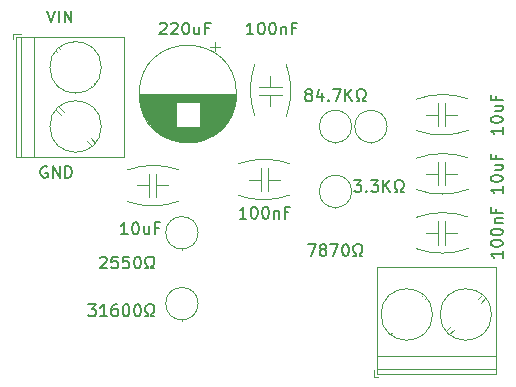
<source format=gto>
G04 Layer: TopSilkscreenLayer*
G04 EasyEDA Pro v2.2.27.1, 2024-09-15 10:59:50*
G04 Gerber Generator version 0.3*
G04 Scale: 100 percent, Rotated: No, Reflected: No*
G04 Dimensions in millimeters*
G04 Leading zeros omitted, absolute positions, 3 integers and 5 decimals*
%TF.GenerationSoftware,KiCad,Pcbnew,8.0.5*%
%TF.CreationDate,2024-10-31T21:46:15+08:00*%
%TF.ProjectId,B626_VIN3.7V_VOUT16.5V_IO0.9A,42363236-5f56-4494-9e33-2e37565f564f,rev?*%
%TF.SameCoordinates,Original*%
%TF.FileFunction,Legend,Top*%
%TF.FilePolarity,Positive*%
%FSLAX46Y46*%
G04 Gerber Fmt 4.6, Leading zero omitted, Abs format (unit mm)*
G04 Created by KiCad (PCBNEW 8.0.5) date 2024-10-31 21:46:15*
%MOMM*%
%LPD*%
G01*
G04 APERTURE LIST*
%ADD10C,0.200000*%
%ADD11C,0.150000*%
%ADD12C,0.120000*%
G04 APERTURE END LIST*
D10*
X99593482Y-120414838D02*
X99498244Y-120367219D01*
X99498244Y-120367219D02*
X99355387Y-120367219D01*
X99355387Y-120367219D02*
X99212530Y-120414838D01*
X99212530Y-120414838D02*
X99117292Y-120510076D01*
X99117292Y-120510076D02*
X99069673Y-120605314D01*
X99069673Y-120605314D02*
X99022054Y-120795790D01*
X99022054Y-120795790D02*
X99022054Y-120938647D01*
X99022054Y-120938647D02*
X99069673Y-121129123D01*
X99069673Y-121129123D02*
X99117292Y-121224361D01*
X99117292Y-121224361D02*
X99212530Y-121319600D01*
X99212530Y-121319600D02*
X99355387Y-121367219D01*
X99355387Y-121367219D02*
X99450625Y-121367219D01*
X99450625Y-121367219D02*
X99593482Y-121319600D01*
X99593482Y-121319600D02*
X99641101Y-121271980D01*
X99641101Y-121271980D02*
X99641101Y-120938647D01*
X99641101Y-120938647D02*
X99450625Y-120938647D01*
X100069673Y-121367219D02*
X100069673Y-120367219D01*
X100069673Y-120367219D02*
X100641101Y-121367219D01*
X100641101Y-121367219D02*
X100641101Y-120367219D01*
X101117292Y-121367219D02*
X101117292Y-120367219D01*
X101117292Y-120367219D02*
X101355387Y-120367219D01*
X101355387Y-120367219D02*
X101498244Y-120414838D01*
X101498244Y-120414838D02*
X101593482Y-120510076D01*
X101593482Y-120510076D02*
X101641101Y-120605314D01*
X101641101Y-120605314D02*
X101688720Y-120795790D01*
X101688720Y-120795790D02*
X101688720Y-120938647D01*
X101688720Y-120938647D02*
X101641101Y-121129123D01*
X101641101Y-121129123D02*
X101593482Y-121224361D01*
X101593482Y-121224361D02*
X101498244Y-121319600D01*
X101498244Y-121319600D02*
X101355387Y-121367219D01*
X101355387Y-121367219D02*
X101117292Y-121367219D01*
X99593483Y-107187219D02*
X99926816Y-108187219D01*
X99926816Y-108187219D02*
X100260149Y-107187219D01*
X100593483Y-108187219D02*
X100593483Y-107187219D01*
X101069673Y-108187219D02*
X101069673Y-107187219D01*
X101069673Y-107187219D02*
X101641101Y-108187219D01*
X101641101Y-108187219D02*
X101641101Y-107187219D01*
D11*
X109140952Y-108300057D02*
X109188571Y-108252438D01*
X109188571Y-108252438D02*
X109283809Y-108204819D01*
X109283809Y-108204819D02*
X109521904Y-108204819D01*
X109521904Y-108204819D02*
X109617142Y-108252438D01*
X109617142Y-108252438D02*
X109664761Y-108300057D01*
X109664761Y-108300057D02*
X109712380Y-108395295D01*
X109712380Y-108395295D02*
X109712380Y-108490533D01*
X109712380Y-108490533D02*
X109664761Y-108633390D01*
X109664761Y-108633390D02*
X109093333Y-109204819D01*
X109093333Y-109204819D02*
X109712380Y-109204819D01*
X110093333Y-108300057D02*
X110140952Y-108252438D01*
X110140952Y-108252438D02*
X110236190Y-108204819D01*
X110236190Y-108204819D02*
X110474285Y-108204819D01*
X110474285Y-108204819D02*
X110569523Y-108252438D01*
X110569523Y-108252438D02*
X110617142Y-108300057D01*
X110617142Y-108300057D02*
X110664761Y-108395295D01*
X110664761Y-108395295D02*
X110664761Y-108490533D01*
X110664761Y-108490533D02*
X110617142Y-108633390D01*
X110617142Y-108633390D02*
X110045714Y-109204819D01*
X110045714Y-109204819D02*
X110664761Y-109204819D01*
X111283809Y-108204819D02*
X111379047Y-108204819D01*
X111379047Y-108204819D02*
X111474285Y-108252438D01*
X111474285Y-108252438D02*
X111521904Y-108300057D01*
X111521904Y-108300057D02*
X111569523Y-108395295D01*
X111569523Y-108395295D02*
X111617142Y-108585771D01*
X111617142Y-108585771D02*
X111617142Y-108823866D01*
X111617142Y-108823866D02*
X111569523Y-109014342D01*
X111569523Y-109014342D02*
X111521904Y-109109580D01*
X111521904Y-109109580D02*
X111474285Y-109157200D01*
X111474285Y-109157200D02*
X111379047Y-109204819D01*
X111379047Y-109204819D02*
X111283809Y-109204819D01*
X111283809Y-109204819D02*
X111188571Y-109157200D01*
X111188571Y-109157200D02*
X111140952Y-109109580D01*
X111140952Y-109109580D02*
X111093333Y-109014342D01*
X111093333Y-109014342D02*
X111045714Y-108823866D01*
X111045714Y-108823866D02*
X111045714Y-108585771D01*
X111045714Y-108585771D02*
X111093333Y-108395295D01*
X111093333Y-108395295D02*
X111140952Y-108300057D01*
X111140952Y-108300057D02*
X111188571Y-108252438D01*
X111188571Y-108252438D02*
X111283809Y-108204819D01*
X112474285Y-108538152D02*
X112474285Y-109204819D01*
X112045714Y-108538152D02*
X112045714Y-109061961D01*
X112045714Y-109061961D02*
X112093333Y-109157200D01*
X112093333Y-109157200D02*
X112188571Y-109204819D01*
X112188571Y-109204819D02*
X112331428Y-109204819D01*
X112331428Y-109204819D02*
X112426666Y-109157200D01*
X112426666Y-109157200D02*
X112474285Y-109109580D01*
X113283809Y-108681009D02*
X112950476Y-108681009D01*
X112950476Y-109204819D02*
X112950476Y-108204819D01*
X112950476Y-108204819D02*
X113426666Y-108204819D01*
X125580953Y-121554819D02*
X126200000Y-121554819D01*
X126200000Y-121554819D02*
X125866667Y-121935771D01*
X125866667Y-121935771D02*
X126009524Y-121935771D01*
X126009524Y-121935771D02*
X126104762Y-121983390D01*
X126104762Y-121983390D02*
X126152381Y-122031009D01*
X126152381Y-122031009D02*
X126200000Y-122126247D01*
X126200000Y-122126247D02*
X126200000Y-122364342D01*
X126200000Y-122364342D02*
X126152381Y-122459580D01*
X126152381Y-122459580D02*
X126104762Y-122507200D01*
X126104762Y-122507200D02*
X126009524Y-122554819D01*
X126009524Y-122554819D02*
X125723810Y-122554819D01*
X125723810Y-122554819D02*
X125628572Y-122507200D01*
X125628572Y-122507200D02*
X125580953Y-122459580D01*
X126628572Y-122459580D02*
X126676191Y-122507200D01*
X126676191Y-122507200D02*
X126628572Y-122554819D01*
X126628572Y-122554819D02*
X126580953Y-122507200D01*
X126580953Y-122507200D02*
X126628572Y-122459580D01*
X126628572Y-122459580D02*
X126628572Y-122554819D01*
X127009524Y-121554819D02*
X127628571Y-121554819D01*
X127628571Y-121554819D02*
X127295238Y-121935771D01*
X127295238Y-121935771D02*
X127438095Y-121935771D01*
X127438095Y-121935771D02*
X127533333Y-121983390D01*
X127533333Y-121983390D02*
X127580952Y-122031009D01*
X127580952Y-122031009D02*
X127628571Y-122126247D01*
X127628571Y-122126247D02*
X127628571Y-122364342D01*
X127628571Y-122364342D02*
X127580952Y-122459580D01*
X127580952Y-122459580D02*
X127533333Y-122507200D01*
X127533333Y-122507200D02*
X127438095Y-122554819D01*
X127438095Y-122554819D02*
X127152381Y-122554819D01*
X127152381Y-122554819D02*
X127057143Y-122507200D01*
X127057143Y-122507200D02*
X127009524Y-122459580D01*
X128057143Y-122554819D02*
X128057143Y-121554819D01*
X128628571Y-122554819D02*
X128200000Y-121983390D01*
X128628571Y-121554819D02*
X128057143Y-122126247D01*
X129009524Y-122554819D02*
X129247619Y-122554819D01*
X129247619Y-122554819D02*
X129247619Y-122364342D01*
X129247619Y-122364342D02*
X129152381Y-122316723D01*
X129152381Y-122316723D02*
X129057143Y-122221485D01*
X129057143Y-122221485D02*
X129009524Y-122078628D01*
X129009524Y-122078628D02*
X129009524Y-121840533D01*
X129009524Y-121840533D02*
X129057143Y-121697676D01*
X129057143Y-121697676D02*
X129152381Y-121602438D01*
X129152381Y-121602438D02*
X129295238Y-121554819D01*
X129295238Y-121554819D02*
X129485714Y-121554819D01*
X129485714Y-121554819D02*
X129628571Y-121602438D01*
X129628571Y-121602438D02*
X129723809Y-121697676D01*
X129723809Y-121697676D02*
X129771428Y-121840533D01*
X129771428Y-121840533D02*
X129771428Y-122078628D01*
X129771428Y-122078628D02*
X129723809Y-122221485D01*
X129723809Y-122221485D02*
X129628571Y-122316723D01*
X129628571Y-122316723D02*
X129533333Y-122364342D01*
X129533333Y-122364342D02*
X129533333Y-122554819D01*
X129533333Y-122554819D02*
X129771428Y-122554819D01*
X116452380Y-124804819D02*
X115880952Y-124804819D01*
X116166666Y-124804819D02*
X116166666Y-123804819D01*
X116166666Y-123804819D02*
X116071428Y-123947676D01*
X116071428Y-123947676D02*
X115976190Y-124042914D01*
X115976190Y-124042914D02*
X115880952Y-124090533D01*
X117071428Y-123804819D02*
X117166666Y-123804819D01*
X117166666Y-123804819D02*
X117261904Y-123852438D01*
X117261904Y-123852438D02*
X117309523Y-123900057D01*
X117309523Y-123900057D02*
X117357142Y-123995295D01*
X117357142Y-123995295D02*
X117404761Y-124185771D01*
X117404761Y-124185771D02*
X117404761Y-124423866D01*
X117404761Y-124423866D02*
X117357142Y-124614342D01*
X117357142Y-124614342D02*
X117309523Y-124709580D01*
X117309523Y-124709580D02*
X117261904Y-124757200D01*
X117261904Y-124757200D02*
X117166666Y-124804819D01*
X117166666Y-124804819D02*
X117071428Y-124804819D01*
X117071428Y-124804819D02*
X116976190Y-124757200D01*
X116976190Y-124757200D02*
X116928571Y-124709580D01*
X116928571Y-124709580D02*
X116880952Y-124614342D01*
X116880952Y-124614342D02*
X116833333Y-124423866D01*
X116833333Y-124423866D02*
X116833333Y-124185771D01*
X116833333Y-124185771D02*
X116880952Y-123995295D01*
X116880952Y-123995295D02*
X116928571Y-123900057D01*
X116928571Y-123900057D02*
X116976190Y-123852438D01*
X116976190Y-123852438D02*
X117071428Y-123804819D01*
X118023809Y-123804819D02*
X118119047Y-123804819D01*
X118119047Y-123804819D02*
X118214285Y-123852438D01*
X118214285Y-123852438D02*
X118261904Y-123900057D01*
X118261904Y-123900057D02*
X118309523Y-123995295D01*
X118309523Y-123995295D02*
X118357142Y-124185771D01*
X118357142Y-124185771D02*
X118357142Y-124423866D01*
X118357142Y-124423866D02*
X118309523Y-124614342D01*
X118309523Y-124614342D02*
X118261904Y-124709580D01*
X118261904Y-124709580D02*
X118214285Y-124757200D01*
X118214285Y-124757200D02*
X118119047Y-124804819D01*
X118119047Y-124804819D02*
X118023809Y-124804819D01*
X118023809Y-124804819D02*
X117928571Y-124757200D01*
X117928571Y-124757200D02*
X117880952Y-124709580D01*
X117880952Y-124709580D02*
X117833333Y-124614342D01*
X117833333Y-124614342D02*
X117785714Y-124423866D01*
X117785714Y-124423866D02*
X117785714Y-124185771D01*
X117785714Y-124185771D02*
X117833333Y-123995295D01*
X117833333Y-123995295D02*
X117880952Y-123900057D01*
X117880952Y-123900057D02*
X117928571Y-123852438D01*
X117928571Y-123852438D02*
X118023809Y-123804819D01*
X118785714Y-124138152D02*
X118785714Y-124804819D01*
X118785714Y-124233390D02*
X118833333Y-124185771D01*
X118833333Y-124185771D02*
X118928571Y-124138152D01*
X118928571Y-124138152D02*
X119071428Y-124138152D01*
X119071428Y-124138152D02*
X119166666Y-124185771D01*
X119166666Y-124185771D02*
X119214285Y-124281009D01*
X119214285Y-124281009D02*
X119214285Y-124804819D01*
X120023809Y-124281009D02*
X119690476Y-124281009D01*
X119690476Y-124804819D02*
X119690476Y-123804819D01*
X119690476Y-123804819D02*
X120166666Y-123804819D01*
X106420237Y-126114819D02*
X105848809Y-126114819D01*
X106134523Y-126114819D02*
X106134523Y-125114819D01*
X106134523Y-125114819D02*
X106039285Y-125257676D01*
X106039285Y-125257676D02*
X105944047Y-125352914D01*
X105944047Y-125352914D02*
X105848809Y-125400533D01*
X107039285Y-125114819D02*
X107134523Y-125114819D01*
X107134523Y-125114819D02*
X107229761Y-125162438D01*
X107229761Y-125162438D02*
X107277380Y-125210057D01*
X107277380Y-125210057D02*
X107324999Y-125305295D01*
X107324999Y-125305295D02*
X107372618Y-125495771D01*
X107372618Y-125495771D02*
X107372618Y-125733866D01*
X107372618Y-125733866D02*
X107324999Y-125924342D01*
X107324999Y-125924342D02*
X107277380Y-126019580D01*
X107277380Y-126019580D02*
X107229761Y-126067200D01*
X107229761Y-126067200D02*
X107134523Y-126114819D01*
X107134523Y-126114819D02*
X107039285Y-126114819D01*
X107039285Y-126114819D02*
X106944047Y-126067200D01*
X106944047Y-126067200D02*
X106896428Y-126019580D01*
X106896428Y-126019580D02*
X106848809Y-125924342D01*
X106848809Y-125924342D02*
X106801190Y-125733866D01*
X106801190Y-125733866D02*
X106801190Y-125495771D01*
X106801190Y-125495771D02*
X106848809Y-125305295D01*
X106848809Y-125305295D02*
X106896428Y-125210057D01*
X106896428Y-125210057D02*
X106944047Y-125162438D01*
X106944047Y-125162438D02*
X107039285Y-125114819D01*
X108229761Y-125448152D02*
X108229761Y-126114819D01*
X107801190Y-125448152D02*
X107801190Y-125971961D01*
X107801190Y-125971961D02*
X107848809Y-126067200D01*
X107848809Y-126067200D02*
X107944047Y-126114819D01*
X107944047Y-126114819D02*
X108086904Y-126114819D01*
X108086904Y-126114819D02*
X108182142Y-126067200D01*
X108182142Y-126067200D02*
X108229761Y-126019580D01*
X109039285Y-125591009D02*
X108705952Y-125591009D01*
X108705952Y-126114819D02*
X108705952Y-125114819D01*
X108705952Y-125114819D02*
X109182142Y-125114819D01*
X117052380Y-109204819D02*
X116480952Y-109204819D01*
X116766666Y-109204819D02*
X116766666Y-108204819D01*
X116766666Y-108204819D02*
X116671428Y-108347676D01*
X116671428Y-108347676D02*
X116576190Y-108442914D01*
X116576190Y-108442914D02*
X116480952Y-108490533D01*
X117671428Y-108204819D02*
X117766666Y-108204819D01*
X117766666Y-108204819D02*
X117861904Y-108252438D01*
X117861904Y-108252438D02*
X117909523Y-108300057D01*
X117909523Y-108300057D02*
X117957142Y-108395295D01*
X117957142Y-108395295D02*
X118004761Y-108585771D01*
X118004761Y-108585771D02*
X118004761Y-108823866D01*
X118004761Y-108823866D02*
X117957142Y-109014342D01*
X117957142Y-109014342D02*
X117909523Y-109109580D01*
X117909523Y-109109580D02*
X117861904Y-109157200D01*
X117861904Y-109157200D02*
X117766666Y-109204819D01*
X117766666Y-109204819D02*
X117671428Y-109204819D01*
X117671428Y-109204819D02*
X117576190Y-109157200D01*
X117576190Y-109157200D02*
X117528571Y-109109580D01*
X117528571Y-109109580D02*
X117480952Y-109014342D01*
X117480952Y-109014342D02*
X117433333Y-108823866D01*
X117433333Y-108823866D02*
X117433333Y-108585771D01*
X117433333Y-108585771D02*
X117480952Y-108395295D01*
X117480952Y-108395295D02*
X117528571Y-108300057D01*
X117528571Y-108300057D02*
X117576190Y-108252438D01*
X117576190Y-108252438D02*
X117671428Y-108204819D01*
X118623809Y-108204819D02*
X118719047Y-108204819D01*
X118719047Y-108204819D02*
X118814285Y-108252438D01*
X118814285Y-108252438D02*
X118861904Y-108300057D01*
X118861904Y-108300057D02*
X118909523Y-108395295D01*
X118909523Y-108395295D02*
X118957142Y-108585771D01*
X118957142Y-108585771D02*
X118957142Y-108823866D01*
X118957142Y-108823866D02*
X118909523Y-109014342D01*
X118909523Y-109014342D02*
X118861904Y-109109580D01*
X118861904Y-109109580D02*
X118814285Y-109157200D01*
X118814285Y-109157200D02*
X118719047Y-109204819D01*
X118719047Y-109204819D02*
X118623809Y-109204819D01*
X118623809Y-109204819D02*
X118528571Y-109157200D01*
X118528571Y-109157200D02*
X118480952Y-109109580D01*
X118480952Y-109109580D02*
X118433333Y-109014342D01*
X118433333Y-109014342D02*
X118385714Y-108823866D01*
X118385714Y-108823866D02*
X118385714Y-108585771D01*
X118385714Y-108585771D02*
X118433333Y-108395295D01*
X118433333Y-108395295D02*
X118480952Y-108300057D01*
X118480952Y-108300057D02*
X118528571Y-108252438D01*
X118528571Y-108252438D02*
X118623809Y-108204819D01*
X119385714Y-108538152D02*
X119385714Y-109204819D01*
X119385714Y-108633390D02*
X119433333Y-108585771D01*
X119433333Y-108585771D02*
X119528571Y-108538152D01*
X119528571Y-108538152D02*
X119671428Y-108538152D01*
X119671428Y-108538152D02*
X119766666Y-108585771D01*
X119766666Y-108585771D02*
X119814285Y-108681009D01*
X119814285Y-108681009D02*
X119814285Y-109204819D01*
X120623809Y-108681009D02*
X120290476Y-108681009D01*
X120290476Y-109204819D02*
X120290476Y-108204819D01*
X120290476Y-108204819D02*
X120766666Y-108204819D01*
X138154819Y-117071428D02*
X138154819Y-117642856D01*
X138154819Y-117357142D02*
X137154819Y-117357142D01*
X137154819Y-117357142D02*
X137297676Y-117452380D01*
X137297676Y-117452380D02*
X137392914Y-117547618D01*
X137392914Y-117547618D02*
X137440533Y-117642856D01*
X137154819Y-116452380D02*
X137154819Y-116357142D01*
X137154819Y-116357142D02*
X137202438Y-116261904D01*
X137202438Y-116261904D02*
X137250057Y-116214285D01*
X137250057Y-116214285D02*
X137345295Y-116166666D01*
X137345295Y-116166666D02*
X137535771Y-116119047D01*
X137535771Y-116119047D02*
X137773866Y-116119047D01*
X137773866Y-116119047D02*
X137964342Y-116166666D01*
X137964342Y-116166666D02*
X138059580Y-116214285D01*
X138059580Y-116214285D02*
X138107200Y-116261904D01*
X138107200Y-116261904D02*
X138154819Y-116357142D01*
X138154819Y-116357142D02*
X138154819Y-116452380D01*
X138154819Y-116452380D02*
X138107200Y-116547618D01*
X138107200Y-116547618D02*
X138059580Y-116595237D01*
X138059580Y-116595237D02*
X137964342Y-116642856D01*
X137964342Y-116642856D02*
X137773866Y-116690475D01*
X137773866Y-116690475D02*
X137535771Y-116690475D01*
X137535771Y-116690475D02*
X137345295Y-116642856D01*
X137345295Y-116642856D02*
X137250057Y-116595237D01*
X137250057Y-116595237D02*
X137202438Y-116547618D01*
X137202438Y-116547618D02*
X137154819Y-116452380D01*
X137488152Y-115261904D02*
X138154819Y-115261904D01*
X137488152Y-115690475D02*
X138011961Y-115690475D01*
X138011961Y-115690475D02*
X138107200Y-115642856D01*
X138107200Y-115642856D02*
X138154819Y-115547618D01*
X138154819Y-115547618D02*
X138154819Y-115404761D01*
X138154819Y-115404761D02*
X138107200Y-115309523D01*
X138107200Y-115309523D02*
X138059580Y-115261904D01*
X137631009Y-114452380D02*
X137631009Y-114785713D01*
X138154819Y-114785713D02*
X137154819Y-114785713D01*
X137154819Y-114785713D02*
X137154819Y-114309523D01*
X138154819Y-122071428D02*
X138154819Y-122642856D01*
X138154819Y-122357142D02*
X137154819Y-122357142D01*
X137154819Y-122357142D02*
X137297676Y-122452380D01*
X137297676Y-122452380D02*
X137392914Y-122547618D01*
X137392914Y-122547618D02*
X137440533Y-122642856D01*
X137154819Y-121452380D02*
X137154819Y-121357142D01*
X137154819Y-121357142D02*
X137202438Y-121261904D01*
X137202438Y-121261904D02*
X137250057Y-121214285D01*
X137250057Y-121214285D02*
X137345295Y-121166666D01*
X137345295Y-121166666D02*
X137535771Y-121119047D01*
X137535771Y-121119047D02*
X137773866Y-121119047D01*
X137773866Y-121119047D02*
X137964342Y-121166666D01*
X137964342Y-121166666D02*
X138059580Y-121214285D01*
X138059580Y-121214285D02*
X138107200Y-121261904D01*
X138107200Y-121261904D02*
X138154819Y-121357142D01*
X138154819Y-121357142D02*
X138154819Y-121452380D01*
X138154819Y-121452380D02*
X138107200Y-121547618D01*
X138107200Y-121547618D02*
X138059580Y-121595237D01*
X138059580Y-121595237D02*
X137964342Y-121642856D01*
X137964342Y-121642856D02*
X137773866Y-121690475D01*
X137773866Y-121690475D02*
X137535771Y-121690475D01*
X137535771Y-121690475D02*
X137345295Y-121642856D01*
X137345295Y-121642856D02*
X137250057Y-121595237D01*
X137250057Y-121595237D02*
X137202438Y-121547618D01*
X137202438Y-121547618D02*
X137154819Y-121452380D01*
X137488152Y-120261904D02*
X138154819Y-120261904D01*
X137488152Y-120690475D02*
X138011961Y-120690475D01*
X138011961Y-120690475D02*
X138107200Y-120642856D01*
X138107200Y-120642856D02*
X138154819Y-120547618D01*
X138154819Y-120547618D02*
X138154819Y-120404761D01*
X138154819Y-120404761D02*
X138107200Y-120309523D01*
X138107200Y-120309523D02*
X138059580Y-120261904D01*
X137631009Y-119452380D02*
X137631009Y-119785713D01*
X138154819Y-119785713D02*
X137154819Y-119785713D01*
X137154819Y-119785713D02*
X137154819Y-119309523D01*
X121666667Y-126954819D02*
X122333333Y-126954819D01*
X122333333Y-126954819D02*
X121904762Y-127954819D01*
X122857143Y-127383390D02*
X122761905Y-127335771D01*
X122761905Y-127335771D02*
X122714286Y-127288152D01*
X122714286Y-127288152D02*
X122666667Y-127192914D01*
X122666667Y-127192914D02*
X122666667Y-127145295D01*
X122666667Y-127145295D02*
X122714286Y-127050057D01*
X122714286Y-127050057D02*
X122761905Y-127002438D01*
X122761905Y-127002438D02*
X122857143Y-126954819D01*
X122857143Y-126954819D02*
X123047619Y-126954819D01*
X123047619Y-126954819D02*
X123142857Y-127002438D01*
X123142857Y-127002438D02*
X123190476Y-127050057D01*
X123190476Y-127050057D02*
X123238095Y-127145295D01*
X123238095Y-127145295D02*
X123238095Y-127192914D01*
X123238095Y-127192914D02*
X123190476Y-127288152D01*
X123190476Y-127288152D02*
X123142857Y-127335771D01*
X123142857Y-127335771D02*
X123047619Y-127383390D01*
X123047619Y-127383390D02*
X122857143Y-127383390D01*
X122857143Y-127383390D02*
X122761905Y-127431009D01*
X122761905Y-127431009D02*
X122714286Y-127478628D01*
X122714286Y-127478628D02*
X122666667Y-127573866D01*
X122666667Y-127573866D02*
X122666667Y-127764342D01*
X122666667Y-127764342D02*
X122714286Y-127859580D01*
X122714286Y-127859580D02*
X122761905Y-127907200D01*
X122761905Y-127907200D02*
X122857143Y-127954819D01*
X122857143Y-127954819D02*
X123047619Y-127954819D01*
X123047619Y-127954819D02*
X123142857Y-127907200D01*
X123142857Y-127907200D02*
X123190476Y-127859580D01*
X123190476Y-127859580D02*
X123238095Y-127764342D01*
X123238095Y-127764342D02*
X123238095Y-127573866D01*
X123238095Y-127573866D02*
X123190476Y-127478628D01*
X123190476Y-127478628D02*
X123142857Y-127431009D01*
X123142857Y-127431009D02*
X123047619Y-127383390D01*
X123571429Y-126954819D02*
X124238095Y-126954819D01*
X124238095Y-126954819D02*
X123809524Y-127954819D01*
X124809524Y-126954819D02*
X124904762Y-126954819D01*
X124904762Y-126954819D02*
X125000000Y-127002438D01*
X125000000Y-127002438D02*
X125047619Y-127050057D01*
X125047619Y-127050057D02*
X125095238Y-127145295D01*
X125095238Y-127145295D02*
X125142857Y-127335771D01*
X125142857Y-127335771D02*
X125142857Y-127573866D01*
X125142857Y-127573866D02*
X125095238Y-127764342D01*
X125095238Y-127764342D02*
X125047619Y-127859580D01*
X125047619Y-127859580D02*
X125000000Y-127907200D01*
X125000000Y-127907200D02*
X124904762Y-127954819D01*
X124904762Y-127954819D02*
X124809524Y-127954819D01*
X124809524Y-127954819D02*
X124714286Y-127907200D01*
X124714286Y-127907200D02*
X124666667Y-127859580D01*
X124666667Y-127859580D02*
X124619048Y-127764342D01*
X124619048Y-127764342D02*
X124571429Y-127573866D01*
X124571429Y-127573866D02*
X124571429Y-127335771D01*
X124571429Y-127335771D02*
X124619048Y-127145295D01*
X124619048Y-127145295D02*
X124666667Y-127050057D01*
X124666667Y-127050057D02*
X124714286Y-127002438D01*
X124714286Y-127002438D02*
X124809524Y-126954819D01*
X125523810Y-127954819D02*
X125761905Y-127954819D01*
X125761905Y-127954819D02*
X125761905Y-127764342D01*
X125761905Y-127764342D02*
X125666667Y-127716723D01*
X125666667Y-127716723D02*
X125571429Y-127621485D01*
X125571429Y-127621485D02*
X125523810Y-127478628D01*
X125523810Y-127478628D02*
X125523810Y-127240533D01*
X125523810Y-127240533D02*
X125571429Y-127097676D01*
X125571429Y-127097676D02*
X125666667Y-127002438D01*
X125666667Y-127002438D02*
X125809524Y-126954819D01*
X125809524Y-126954819D02*
X126000000Y-126954819D01*
X126000000Y-126954819D02*
X126142857Y-127002438D01*
X126142857Y-127002438D02*
X126238095Y-127097676D01*
X126238095Y-127097676D02*
X126285714Y-127240533D01*
X126285714Y-127240533D02*
X126285714Y-127478628D01*
X126285714Y-127478628D02*
X126238095Y-127621485D01*
X126238095Y-127621485D02*
X126142857Y-127716723D01*
X126142857Y-127716723D02*
X126047619Y-127764342D01*
X126047619Y-127764342D02*
X126047619Y-127954819D01*
X126047619Y-127954819D02*
X126285714Y-127954819D01*
X138154819Y-127547619D02*
X138154819Y-128119047D01*
X138154819Y-127833333D02*
X137154819Y-127833333D01*
X137154819Y-127833333D02*
X137297676Y-127928571D01*
X137297676Y-127928571D02*
X137392914Y-128023809D01*
X137392914Y-128023809D02*
X137440533Y-128119047D01*
X137154819Y-126928571D02*
X137154819Y-126833333D01*
X137154819Y-126833333D02*
X137202438Y-126738095D01*
X137202438Y-126738095D02*
X137250057Y-126690476D01*
X137250057Y-126690476D02*
X137345295Y-126642857D01*
X137345295Y-126642857D02*
X137535771Y-126595238D01*
X137535771Y-126595238D02*
X137773866Y-126595238D01*
X137773866Y-126595238D02*
X137964342Y-126642857D01*
X137964342Y-126642857D02*
X138059580Y-126690476D01*
X138059580Y-126690476D02*
X138107200Y-126738095D01*
X138107200Y-126738095D02*
X138154819Y-126833333D01*
X138154819Y-126833333D02*
X138154819Y-126928571D01*
X138154819Y-126928571D02*
X138107200Y-127023809D01*
X138107200Y-127023809D02*
X138059580Y-127071428D01*
X138059580Y-127071428D02*
X137964342Y-127119047D01*
X137964342Y-127119047D02*
X137773866Y-127166666D01*
X137773866Y-127166666D02*
X137535771Y-127166666D01*
X137535771Y-127166666D02*
X137345295Y-127119047D01*
X137345295Y-127119047D02*
X137250057Y-127071428D01*
X137250057Y-127071428D02*
X137202438Y-127023809D01*
X137202438Y-127023809D02*
X137154819Y-126928571D01*
X137154819Y-125976190D02*
X137154819Y-125880952D01*
X137154819Y-125880952D02*
X137202438Y-125785714D01*
X137202438Y-125785714D02*
X137250057Y-125738095D01*
X137250057Y-125738095D02*
X137345295Y-125690476D01*
X137345295Y-125690476D02*
X137535771Y-125642857D01*
X137535771Y-125642857D02*
X137773866Y-125642857D01*
X137773866Y-125642857D02*
X137964342Y-125690476D01*
X137964342Y-125690476D02*
X138059580Y-125738095D01*
X138059580Y-125738095D02*
X138107200Y-125785714D01*
X138107200Y-125785714D02*
X138154819Y-125880952D01*
X138154819Y-125880952D02*
X138154819Y-125976190D01*
X138154819Y-125976190D02*
X138107200Y-126071428D01*
X138107200Y-126071428D02*
X138059580Y-126119047D01*
X138059580Y-126119047D02*
X137964342Y-126166666D01*
X137964342Y-126166666D02*
X137773866Y-126214285D01*
X137773866Y-126214285D02*
X137535771Y-126214285D01*
X137535771Y-126214285D02*
X137345295Y-126166666D01*
X137345295Y-126166666D02*
X137250057Y-126119047D01*
X137250057Y-126119047D02*
X137202438Y-126071428D01*
X137202438Y-126071428D02*
X137154819Y-125976190D01*
X137488152Y-125214285D02*
X138154819Y-125214285D01*
X137583390Y-125214285D02*
X137535771Y-125166666D01*
X137535771Y-125166666D02*
X137488152Y-125071428D01*
X137488152Y-125071428D02*
X137488152Y-124928571D01*
X137488152Y-124928571D02*
X137535771Y-124833333D01*
X137535771Y-124833333D02*
X137631009Y-124785714D01*
X137631009Y-124785714D02*
X138154819Y-124785714D01*
X137631009Y-123976190D02*
X137631009Y-124309523D01*
X138154819Y-124309523D02*
X137154819Y-124309523D01*
X137154819Y-124309523D02*
X137154819Y-123833333D01*
X104086905Y-128110057D02*
X104134524Y-128062438D01*
X104134524Y-128062438D02*
X104229762Y-128014819D01*
X104229762Y-128014819D02*
X104467857Y-128014819D01*
X104467857Y-128014819D02*
X104563095Y-128062438D01*
X104563095Y-128062438D02*
X104610714Y-128110057D01*
X104610714Y-128110057D02*
X104658333Y-128205295D01*
X104658333Y-128205295D02*
X104658333Y-128300533D01*
X104658333Y-128300533D02*
X104610714Y-128443390D01*
X104610714Y-128443390D02*
X104039286Y-129014819D01*
X104039286Y-129014819D02*
X104658333Y-129014819D01*
X105563095Y-128014819D02*
X105086905Y-128014819D01*
X105086905Y-128014819D02*
X105039286Y-128491009D01*
X105039286Y-128491009D02*
X105086905Y-128443390D01*
X105086905Y-128443390D02*
X105182143Y-128395771D01*
X105182143Y-128395771D02*
X105420238Y-128395771D01*
X105420238Y-128395771D02*
X105515476Y-128443390D01*
X105515476Y-128443390D02*
X105563095Y-128491009D01*
X105563095Y-128491009D02*
X105610714Y-128586247D01*
X105610714Y-128586247D02*
X105610714Y-128824342D01*
X105610714Y-128824342D02*
X105563095Y-128919580D01*
X105563095Y-128919580D02*
X105515476Y-128967200D01*
X105515476Y-128967200D02*
X105420238Y-129014819D01*
X105420238Y-129014819D02*
X105182143Y-129014819D01*
X105182143Y-129014819D02*
X105086905Y-128967200D01*
X105086905Y-128967200D02*
X105039286Y-128919580D01*
X106515476Y-128014819D02*
X106039286Y-128014819D01*
X106039286Y-128014819D02*
X105991667Y-128491009D01*
X105991667Y-128491009D02*
X106039286Y-128443390D01*
X106039286Y-128443390D02*
X106134524Y-128395771D01*
X106134524Y-128395771D02*
X106372619Y-128395771D01*
X106372619Y-128395771D02*
X106467857Y-128443390D01*
X106467857Y-128443390D02*
X106515476Y-128491009D01*
X106515476Y-128491009D02*
X106563095Y-128586247D01*
X106563095Y-128586247D02*
X106563095Y-128824342D01*
X106563095Y-128824342D02*
X106515476Y-128919580D01*
X106515476Y-128919580D02*
X106467857Y-128967200D01*
X106467857Y-128967200D02*
X106372619Y-129014819D01*
X106372619Y-129014819D02*
X106134524Y-129014819D01*
X106134524Y-129014819D02*
X106039286Y-128967200D01*
X106039286Y-128967200D02*
X105991667Y-128919580D01*
X107182143Y-128014819D02*
X107277381Y-128014819D01*
X107277381Y-128014819D02*
X107372619Y-128062438D01*
X107372619Y-128062438D02*
X107420238Y-128110057D01*
X107420238Y-128110057D02*
X107467857Y-128205295D01*
X107467857Y-128205295D02*
X107515476Y-128395771D01*
X107515476Y-128395771D02*
X107515476Y-128633866D01*
X107515476Y-128633866D02*
X107467857Y-128824342D01*
X107467857Y-128824342D02*
X107420238Y-128919580D01*
X107420238Y-128919580D02*
X107372619Y-128967200D01*
X107372619Y-128967200D02*
X107277381Y-129014819D01*
X107277381Y-129014819D02*
X107182143Y-129014819D01*
X107182143Y-129014819D02*
X107086905Y-128967200D01*
X107086905Y-128967200D02*
X107039286Y-128919580D01*
X107039286Y-128919580D02*
X106991667Y-128824342D01*
X106991667Y-128824342D02*
X106944048Y-128633866D01*
X106944048Y-128633866D02*
X106944048Y-128395771D01*
X106944048Y-128395771D02*
X106991667Y-128205295D01*
X106991667Y-128205295D02*
X107039286Y-128110057D01*
X107039286Y-128110057D02*
X107086905Y-128062438D01*
X107086905Y-128062438D02*
X107182143Y-128014819D01*
X107896429Y-129014819D02*
X108134524Y-129014819D01*
X108134524Y-129014819D02*
X108134524Y-128824342D01*
X108134524Y-128824342D02*
X108039286Y-128776723D01*
X108039286Y-128776723D02*
X107944048Y-128681485D01*
X107944048Y-128681485D02*
X107896429Y-128538628D01*
X107896429Y-128538628D02*
X107896429Y-128300533D01*
X107896429Y-128300533D02*
X107944048Y-128157676D01*
X107944048Y-128157676D02*
X108039286Y-128062438D01*
X108039286Y-128062438D02*
X108182143Y-128014819D01*
X108182143Y-128014819D02*
X108372619Y-128014819D01*
X108372619Y-128014819D02*
X108515476Y-128062438D01*
X108515476Y-128062438D02*
X108610714Y-128157676D01*
X108610714Y-128157676D02*
X108658333Y-128300533D01*
X108658333Y-128300533D02*
X108658333Y-128538628D01*
X108658333Y-128538628D02*
X108610714Y-128681485D01*
X108610714Y-128681485D02*
X108515476Y-128776723D01*
X108515476Y-128776723D02*
X108420238Y-128824342D01*
X108420238Y-128824342D02*
X108420238Y-129014819D01*
X108420238Y-129014819D02*
X108658333Y-129014819D01*
X121642857Y-114283390D02*
X121547619Y-114235771D01*
X121547619Y-114235771D02*
X121500000Y-114188152D01*
X121500000Y-114188152D02*
X121452381Y-114092914D01*
X121452381Y-114092914D02*
X121452381Y-114045295D01*
X121452381Y-114045295D02*
X121500000Y-113950057D01*
X121500000Y-113950057D02*
X121547619Y-113902438D01*
X121547619Y-113902438D02*
X121642857Y-113854819D01*
X121642857Y-113854819D02*
X121833333Y-113854819D01*
X121833333Y-113854819D02*
X121928571Y-113902438D01*
X121928571Y-113902438D02*
X121976190Y-113950057D01*
X121976190Y-113950057D02*
X122023809Y-114045295D01*
X122023809Y-114045295D02*
X122023809Y-114092914D01*
X122023809Y-114092914D02*
X121976190Y-114188152D01*
X121976190Y-114188152D02*
X121928571Y-114235771D01*
X121928571Y-114235771D02*
X121833333Y-114283390D01*
X121833333Y-114283390D02*
X121642857Y-114283390D01*
X121642857Y-114283390D02*
X121547619Y-114331009D01*
X121547619Y-114331009D02*
X121500000Y-114378628D01*
X121500000Y-114378628D02*
X121452381Y-114473866D01*
X121452381Y-114473866D02*
X121452381Y-114664342D01*
X121452381Y-114664342D02*
X121500000Y-114759580D01*
X121500000Y-114759580D02*
X121547619Y-114807200D01*
X121547619Y-114807200D02*
X121642857Y-114854819D01*
X121642857Y-114854819D02*
X121833333Y-114854819D01*
X121833333Y-114854819D02*
X121928571Y-114807200D01*
X121928571Y-114807200D02*
X121976190Y-114759580D01*
X121976190Y-114759580D02*
X122023809Y-114664342D01*
X122023809Y-114664342D02*
X122023809Y-114473866D01*
X122023809Y-114473866D02*
X121976190Y-114378628D01*
X121976190Y-114378628D02*
X121928571Y-114331009D01*
X121928571Y-114331009D02*
X121833333Y-114283390D01*
X122880952Y-114188152D02*
X122880952Y-114854819D01*
X122642857Y-113807200D02*
X122404762Y-114521485D01*
X122404762Y-114521485D02*
X123023809Y-114521485D01*
X123404762Y-114759580D02*
X123452381Y-114807200D01*
X123452381Y-114807200D02*
X123404762Y-114854819D01*
X123404762Y-114854819D02*
X123357143Y-114807200D01*
X123357143Y-114807200D02*
X123404762Y-114759580D01*
X123404762Y-114759580D02*
X123404762Y-114854819D01*
X123785714Y-113854819D02*
X124452380Y-113854819D01*
X124452380Y-113854819D02*
X124023809Y-114854819D01*
X124833333Y-114854819D02*
X124833333Y-113854819D01*
X125404761Y-114854819D02*
X124976190Y-114283390D01*
X125404761Y-113854819D02*
X124833333Y-114426247D01*
X125785714Y-114854819D02*
X126023809Y-114854819D01*
X126023809Y-114854819D02*
X126023809Y-114664342D01*
X126023809Y-114664342D02*
X125928571Y-114616723D01*
X125928571Y-114616723D02*
X125833333Y-114521485D01*
X125833333Y-114521485D02*
X125785714Y-114378628D01*
X125785714Y-114378628D02*
X125785714Y-114140533D01*
X125785714Y-114140533D02*
X125833333Y-113997676D01*
X125833333Y-113997676D02*
X125928571Y-113902438D01*
X125928571Y-113902438D02*
X126071428Y-113854819D01*
X126071428Y-113854819D02*
X126261904Y-113854819D01*
X126261904Y-113854819D02*
X126404761Y-113902438D01*
X126404761Y-113902438D02*
X126499999Y-113997676D01*
X126499999Y-113997676D02*
X126547618Y-114140533D01*
X126547618Y-114140533D02*
X126547618Y-114378628D01*
X126547618Y-114378628D02*
X126499999Y-114521485D01*
X126499999Y-114521485D02*
X126404761Y-114616723D01*
X126404761Y-114616723D02*
X126309523Y-114664342D01*
X126309523Y-114664342D02*
X126309523Y-114854819D01*
X126309523Y-114854819D02*
X126547618Y-114854819D01*
X103086904Y-132064819D02*
X103705951Y-132064819D01*
X103705951Y-132064819D02*
X103372618Y-132445771D01*
X103372618Y-132445771D02*
X103515475Y-132445771D01*
X103515475Y-132445771D02*
X103610713Y-132493390D01*
X103610713Y-132493390D02*
X103658332Y-132541009D01*
X103658332Y-132541009D02*
X103705951Y-132636247D01*
X103705951Y-132636247D02*
X103705951Y-132874342D01*
X103705951Y-132874342D02*
X103658332Y-132969580D01*
X103658332Y-132969580D02*
X103610713Y-133017200D01*
X103610713Y-133017200D02*
X103515475Y-133064819D01*
X103515475Y-133064819D02*
X103229761Y-133064819D01*
X103229761Y-133064819D02*
X103134523Y-133017200D01*
X103134523Y-133017200D02*
X103086904Y-132969580D01*
X104658332Y-133064819D02*
X104086904Y-133064819D01*
X104372618Y-133064819D02*
X104372618Y-132064819D01*
X104372618Y-132064819D02*
X104277380Y-132207676D01*
X104277380Y-132207676D02*
X104182142Y-132302914D01*
X104182142Y-132302914D02*
X104086904Y-132350533D01*
X105515475Y-132064819D02*
X105324999Y-132064819D01*
X105324999Y-132064819D02*
X105229761Y-132112438D01*
X105229761Y-132112438D02*
X105182142Y-132160057D01*
X105182142Y-132160057D02*
X105086904Y-132302914D01*
X105086904Y-132302914D02*
X105039285Y-132493390D01*
X105039285Y-132493390D02*
X105039285Y-132874342D01*
X105039285Y-132874342D02*
X105086904Y-132969580D01*
X105086904Y-132969580D02*
X105134523Y-133017200D01*
X105134523Y-133017200D02*
X105229761Y-133064819D01*
X105229761Y-133064819D02*
X105420237Y-133064819D01*
X105420237Y-133064819D02*
X105515475Y-133017200D01*
X105515475Y-133017200D02*
X105563094Y-132969580D01*
X105563094Y-132969580D02*
X105610713Y-132874342D01*
X105610713Y-132874342D02*
X105610713Y-132636247D01*
X105610713Y-132636247D02*
X105563094Y-132541009D01*
X105563094Y-132541009D02*
X105515475Y-132493390D01*
X105515475Y-132493390D02*
X105420237Y-132445771D01*
X105420237Y-132445771D02*
X105229761Y-132445771D01*
X105229761Y-132445771D02*
X105134523Y-132493390D01*
X105134523Y-132493390D02*
X105086904Y-132541009D01*
X105086904Y-132541009D02*
X105039285Y-132636247D01*
X106229761Y-132064819D02*
X106324999Y-132064819D01*
X106324999Y-132064819D02*
X106420237Y-132112438D01*
X106420237Y-132112438D02*
X106467856Y-132160057D01*
X106467856Y-132160057D02*
X106515475Y-132255295D01*
X106515475Y-132255295D02*
X106563094Y-132445771D01*
X106563094Y-132445771D02*
X106563094Y-132683866D01*
X106563094Y-132683866D02*
X106515475Y-132874342D01*
X106515475Y-132874342D02*
X106467856Y-132969580D01*
X106467856Y-132969580D02*
X106420237Y-133017200D01*
X106420237Y-133017200D02*
X106324999Y-133064819D01*
X106324999Y-133064819D02*
X106229761Y-133064819D01*
X106229761Y-133064819D02*
X106134523Y-133017200D01*
X106134523Y-133017200D02*
X106086904Y-132969580D01*
X106086904Y-132969580D02*
X106039285Y-132874342D01*
X106039285Y-132874342D02*
X105991666Y-132683866D01*
X105991666Y-132683866D02*
X105991666Y-132445771D01*
X105991666Y-132445771D02*
X106039285Y-132255295D01*
X106039285Y-132255295D02*
X106086904Y-132160057D01*
X106086904Y-132160057D02*
X106134523Y-132112438D01*
X106134523Y-132112438D02*
X106229761Y-132064819D01*
X107182142Y-132064819D02*
X107277380Y-132064819D01*
X107277380Y-132064819D02*
X107372618Y-132112438D01*
X107372618Y-132112438D02*
X107420237Y-132160057D01*
X107420237Y-132160057D02*
X107467856Y-132255295D01*
X107467856Y-132255295D02*
X107515475Y-132445771D01*
X107515475Y-132445771D02*
X107515475Y-132683866D01*
X107515475Y-132683866D02*
X107467856Y-132874342D01*
X107467856Y-132874342D02*
X107420237Y-132969580D01*
X107420237Y-132969580D02*
X107372618Y-133017200D01*
X107372618Y-133017200D02*
X107277380Y-133064819D01*
X107277380Y-133064819D02*
X107182142Y-133064819D01*
X107182142Y-133064819D02*
X107086904Y-133017200D01*
X107086904Y-133017200D02*
X107039285Y-132969580D01*
X107039285Y-132969580D02*
X106991666Y-132874342D01*
X106991666Y-132874342D02*
X106944047Y-132683866D01*
X106944047Y-132683866D02*
X106944047Y-132445771D01*
X106944047Y-132445771D02*
X106991666Y-132255295D01*
X106991666Y-132255295D02*
X107039285Y-132160057D01*
X107039285Y-132160057D02*
X107086904Y-132112438D01*
X107086904Y-132112438D02*
X107182142Y-132064819D01*
X107896428Y-133064819D02*
X108134523Y-133064819D01*
X108134523Y-133064819D02*
X108134523Y-132874342D01*
X108134523Y-132874342D02*
X108039285Y-132826723D01*
X108039285Y-132826723D02*
X107944047Y-132731485D01*
X107944047Y-132731485D02*
X107896428Y-132588628D01*
X107896428Y-132588628D02*
X107896428Y-132350533D01*
X107896428Y-132350533D02*
X107944047Y-132207676D01*
X107944047Y-132207676D02*
X108039285Y-132112438D01*
X108039285Y-132112438D02*
X108182142Y-132064819D01*
X108182142Y-132064819D02*
X108372618Y-132064819D01*
X108372618Y-132064819D02*
X108515475Y-132112438D01*
X108515475Y-132112438D02*
X108610713Y-132207676D01*
X108610713Y-132207676D02*
X108658332Y-132350533D01*
X108658332Y-132350533D02*
X108658332Y-132588628D01*
X108658332Y-132588628D02*
X108610713Y-132731485D01*
X108610713Y-132731485D02*
X108515475Y-132826723D01*
X108515475Y-132826723D02*
X108420237Y-132874342D01*
X108420237Y-132874342D02*
X108420237Y-133064819D01*
X108420237Y-133064819D02*
X108658332Y-133064819D01*
D12*
%TO.C,H2*%
X96700000Y-109200000D02*
X96700000Y-109600000D01*
X96940000Y-109440000D02*
X96940000Y-119560000D01*
X97340000Y-109200000D02*
X96700000Y-109200000D01*
X97400000Y-109440000D02*
X97400000Y-119560000D01*
X98500000Y-109440000D02*
X98500000Y-119560000D01*
X100453000Y-110718000D02*
X100346000Y-110612000D01*
X100719000Y-110452000D02*
X100612000Y-110346000D01*
X100726000Y-115993000D02*
X100346000Y-115613000D01*
X101008000Y-115742000D02*
X100612000Y-115347000D01*
X103388000Y-113654000D02*
X103281000Y-113547000D01*
X103388000Y-118654000D02*
X102992000Y-118259000D01*
X103654000Y-113388000D02*
X103547000Y-113281000D01*
X103654000Y-118388000D02*
X103274000Y-118008000D01*
X106060000Y-109440000D02*
X96940000Y-109440000D01*
X106060000Y-109440000D02*
X106060000Y-119560000D01*
X106060000Y-119560000D02*
X96940000Y-119560000D01*
X104180000Y-112000000D02*
G75*
G02*
X99820000Y-112000000I-2180000J0D01*
G01*
X99820000Y-112000000D02*
G75*
G02*
X104180000Y-112000000I2180000J0D01*
G01*
X104180000Y-117000000D02*
G75*
G02*
X99820000Y-117000000I-2180000J0D01*
G01*
X99820000Y-117000000D02*
G75*
G02*
X104180000Y-117000000I2180000J0D01*
G01*
%TO.C,C1*%
X110460000Y-114971000D02*
X107483000Y-114971000D01*
X110460000Y-115011000D02*
X107490000Y-115011000D01*
X110460000Y-115051000D02*
X107498000Y-115051000D01*
X110460000Y-115091000D02*
X107506000Y-115091000D01*
X110460000Y-115131000D02*
X107515000Y-115131000D01*
X110460000Y-115171000D02*
X107524000Y-115171000D01*
X110460000Y-115211000D02*
X107533000Y-115211000D01*
X110460000Y-115251000D02*
X107543000Y-115251000D01*
X110460000Y-115291000D02*
X107553000Y-115291000D01*
X110460000Y-115331000D02*
X107564000Y-115331000D01*
X110460000Y-115371000D02*
X107575000Y-115371000D01*
X110460000Y-115411000D02*
X107586000Y-115411000D01*
X110460000Y-115451000D02*
X107598000Y-115451000D01*
X110460000Y-115491000D02*
X107611000Y-115491000D01*
X110460000Y-115531000D02*
X107623000Y-115531000D01*
X110460000Y-115571000D02*
X107637000Y-115571000D01*
X110460000Y-115611000D02*
X107650000Y-115611000D01*
X110460000Y-115651000D02*
X107665000Y-115651000D01*
X110460000Y-115691000D02*
X107679000Y-115691000D01*
X110460000Y-115731000D02*
X107695000Y-115731000D01*
X110460000Y-115771000D02*
X107710000Y-115771000D01*
X110460000Y-115811000D02*
X107726000Y-115811000D01*
X110460000Y-115851000D02*
X107743000Y-115851000D01*
X110460000Y-115891000D02*
X107760000Y-115891000D01*
X110460000Y-115931000D02*
X107778000Y-115931000D01*
X110460000Y-115971000D02*
X107796000Y-115971000D01*
X110460000Y-116011000D02*
X107814000Y-116011000D01*
X110460000Y-116051000D02*
X107834000Y-116051000D01*
X110460000Y-116091000D02*
X107853000Y-116091000D01*
X110460000Y-116131000D02*
X107873000Y-116131000D01*
X110460000Y-116171000D02*
X107894000Y-116171000D01*
X110460000Y-116211000D02*
X107916000Y-116211000D01*
X110460000Y-116251000D02*
X107938000Y-116251000D01*
X110460000Y-116291000D02*
X107960000Y-116291000D01*
X110460000Y-116331000D02*
X107983000Y-116331000D01*
X110460000Y-116371000D02*
X108007000Y-116371000D01*
X110460000Y-116411000D02*
X108031000Y-116411000D01*
X110460000Y-116451000D02*
X108056000Y-116451000D01*
X110460000Y-116491000D02*
X108082000Y-116491000D01*
X110460000Y-116531000D02*
X108108000Y-116531000D01*
X110460000Y-116571000D02*
X108135000Y-116571000D01*
X110460000Y-116611000D02*
X108162000Y-116611000D01*
X110460000Y-116651000D02*
X108191000Y-116651000D01*
X110460000Y-116691000D02*
X108220000Y-116691000D01*
X110460000Y-116731000D02*
X108250000Y-116731000D01*
X110460000Y-116771000D02*
X108280000Y-116771000D01*
X110460000Y-116811000D02*
X108311000Y-116811000D01*
X110460000Y-116851000D02*
X108344000Y-116851000D01*
X110460000Y-116891000D02*
X108376000Y-116891000D01*
X110460000Y-116931000D02*
X108410000Y-116931000D01*
X110460000Y-116971000D02*
X108445000Y-116971000D01*
X110460000Y-117011000D02*
X108481000Y-117011000D01*
X112033000Y-118331000D02*
X110967000Y-118331000D01*
X112268000Y-118291000D02*
X110732000Y-118291000D01*
X112448000Y-118251000D02*
X110552000Y-118251000D01*
X112598000Y-118211000D02*
X110402000Y-118211000D01*
X112729000Y-118171000D02*
X110271000Y-118171000D01*
X112846000Y-118131000D02*
X110154000Y-118131000D01*
X112953000Y-118091000D02*
X110047000Y-118091000D01*
X113052000Y-118051000D02*
X109948000Y-118051000D01*
X113145000Y-118011000D02*
X109855000Y-118011000D01*
X113231000Y-117971000D02*
X109769000Y-117971000D01*
X113313000Y-117931000D02*
X109687000Y-117931000D01*
X113390000Y-117891000D02*
X109610000Y-117891000D01*
X113464000Y-117851000D02*
X109536000Y-117851000D01*
X113534000Y-117811000D02*
X109466000Y-117811000D01*
X113602000Y-117771000D02*
X109398000Y-117771000D01*
X113666000Y-117731000D02*
X109334000Y-117731000D01*
X113728000Y-117691000D02*
X109272000Y-117691000D01*
X113787000Y-117651000D02*
X109213000Y-117651000D01*
X113815000Y-109840302D02*
X113815000Y-110640302D01*
X113845000Y-117611000D02*
X109155000Y-117611000D01*
X113900000Y-117571000D02*
X109100000Y-117571000D01*
X113954000Y-117531000D02*
X109046000Y-117531000D01*
X114005000Y-117491000D02*
X108995000Y-117491000D01*
X114056000Y-117451000D02*
X108944000Y-117451000D01*
X114104000Y-117411000D02*
X108896000Y-117411000D01*
X114151000Y-117371000D02*
X108849000Y-117371000D01*
X114197000Y-117331000D02*
X108803000Y-117331000D01*
X114215000Y-110240302D02*
X113415000Y-110240302D01*
X114241000Y-117291000D02*
X108759000Y-117291000D01*
X114284000Y-117251000D02*
X108716000Y-117251000D01*
X114326000Y-117211000D02*
X108674000Y-117211000D01*
X114367000Y-117171000D02*
X108633000Y-117171000D01*
X114407000Y-117131000D02*
X108593000Y-117131000D01*
X114445000Y-117091000D02*
X108555000Y-117091000D01*
X114483000Y-117051000D02*
X108517000Y-117051000D01*
X114519000Y-117011000D02*
X112540000Y-117011000D01*
X114555000Y-116971000D02*
X112540000Y-116971000D01*
X114590000Y-116931000D02*
X112540000Y-116931000D01*
X114624000Y-116891000D02*
X112540000Y-116891000D01*
X114656000Y-116851000D02*
X112540000Y-116851000D01*
X114689000Y-116811000D02*
X112540000Y-116811000D01*
X114720000Y-116771000D02*
X112540000Y-116771000D01*
X114750000Y-116731000D02*
X112540000Y-116731000D01*
X114780000Y-116691000D02*
X112540000Y-116691000D01*
X114809000Y-116651000D02*
X112540000Y-116651000D01*
X114838000Y-116611000D02*
X112540000Y-116611000D01*
X114865000Y-116571000D02*
X112540000Y-116571000D01*
X114892000Y-116531000D02*
X112540000Y-116531000D01*
X114918000Y-116491000D02*
X112540000Y-116491000D01*
X114944000Y-116451000D02*
X112540000Y-116451000D01*
X114969000Y-116411000D02*
X112540000Y-116411000D01*
X114993000Y-116371000D02*
X112540000Y-116371000D01*
X115017000Y-116331000D02*
X112540000Y-116331000D01*
X115040000Y-116291000D02*
X112540000Y-116291000D01*
X115062000Y-116251000D02*
X112540000Y-116251000D01*
X115084000Y-116211000D02*
X112540000Y-116211000D01*
X115106000Y-116171000D02*
X112540000Y-116171000D01*
X115127000Y-116131000D02*
X112540000Y-116131000D01*
X115147000Y-116091000D02*
X112540000Y-116091000D01*
X115166000Y-116051000D02*
X112540000Y-116051000D01*
X115186000Y-116011000D02*
X112540000Y-116011000D01*
X115204000Y-115971000D02*
X112540000Y-115971000D01*
X115222000Y-115931000D02*
X112540000Y-115931000D01*
X115240000Y-115891000D02*
X112540000Y-115891000D01*
X115257000Y-115851000D02*
X112540000Y-115851000D01*
X115274000Y-115811000D02*
X112540000Y-115811000D01*
X115290000Y-115771000D02*
X112540000Y-115771000D01*
X115305000Y-115731000D02*
X112540000Y-115731000D01*
X115321000Y-115691000D02*
X112540000Y-115691000D01*
X115335000Y-115651000D02*
X112540000Y-115651000D01*
X115350000Y-115611000D02*
X112540000Y-115611000D01*
X115363000Y-115571000D02*
X112540000Y-115571000D01*
X115377000Y-115531000D02*
X112540000Y-115531000D01*
X115389000Y-115491000D02*
X112540000Y-115491000D01*
X115402000Y-115451000D02*
X112540000Y-115451000D01*
X115414000Y-115411000D02*
X112540000Y-115411000D01*
X115425000Y-115371000D02*
X112540000Y-115371000D01*
X115436000Y-115331000D02*
X112540000Y-115331000D01*
X115447000Y-115291000D02*
X112540000Y-115291000D01*
X115457000Y-115251000D02*
X112540000Y-115251000D01*
X115467000Y-115211000D02*
X112540000Y-115211000D01*
X115476000Y-115171000D02*
X112540000Y-115171000D01*
X115485000Y-115131000D02*
X112540000Y-115131000D01*
X115494000Y-115091000D02*
X112540000Y-115091000D01*
X115502000Y-115051000D02*
X112540000Y-115051000D01*
X115510000Y-115011000D02*
X112540000Y-115011000D01*
X115517000Y-114971000D02*
X112540000Y-114971000D01*
X115524000Y-114930000D02*
X107476000Y-114930000D01*
X115530000Y-114890000D02*
X107470000Y-114890000D01*
X115537000Y-114850000D02*
X107463000Y-114850000D01*
X115542000Y-114810000D02*
X107458000Y-114810000D01*
X115548000Y-114770000D02*
X107452000Y-114770000D01*
X115552000Y-114730000D02*
X107448000Y-114730000D01*
X115557000Y-114690000D02*
X107443000Y-114690000D01*
X115561000Y-114650000D02*
X107439000Y-114650000D01*
X115565000Y-114610000D02*
X107435000Y-114610000D01*
X115568000Y-114570000D02*
X107432000Y-114570000D01*
X115571000Y-114530000D02*
X107429000Y-114530000D01*
X115574000Y-114490000D02*
X107426000Y-114490000D01*
X115576000Y-114450000D02*
X107424000Y-114450000D01*
X115577000Y-114410000D02*
X107423000Y-114410000D01*
X115579000Y-114370000D02*
X107421000Y-114370000D01*
X115580000Y-114250000D02*
X107420000Y-114250000D01*
X115580000Y-114290000D02*
X107420000Y-114290000D01*
X115580000Y-114330000D02*
X107420000Y-114330000D01*
X115620000Y-114250000D02*
G75*
G02*
X107380000Y-114250000I-4120000J0D01*
G01*
X107380000Y-114250000D02*
G75*
G02*
X115620000Y-114250000I4120000J0D01*
G01*
%TO.C,H5*%
X127240000Y-137580000D02*
X127240000Y-138220000D01*
X127240000Y-138220000D02*
X127640000Y-138220000D01*
X127480000Y-128860000D02*
X127480000Y-137980000D01*
X127480000Y-128860000D02*
X137600000Y-128860000D01*
X127480000Y-136420000D02*
X137600000Y-136420000D01*
X127480000Y-137520000D02*
X137600000Y-137520000D01*
X127480000Y-137980000D02*
X137600000Y-137980000D01*
X128492000Y-134201000D02*
X128386000Y-134308000D01*
X128758000Y-134467000D02*
X128652000Y-134574000D01*
X131428000Y-131266000D02*
X131321000Y-131373000D01*
X131694000Y-131532000D02*
X131587000Y-131639000D01*
X133782000Y-133912000D02*
X133387000Y-134308000D01*
X134033000Y-134194000D02*
X133653000Y-134574000D01*
X136428000Y-131266000D02*
X136048000Y-131646000D01*
X136694000Y-131532000D02*
X136299000Y-131928000D01*
X137600000Y-128860000D02*
X137600000Y-137980000D01*
X132220000Y-132920000D02*
G75*
G02*
X127860000Y-132920000I-2180000J0D01*
G01*
X127860000Y-132920000D02*
G75*
G02*
X132220000Y-132920000I2180000J0D01*
G01*
X137220000Y-132920000D02*
G75*
G02*
X132860000Y-132920000I-2180000J0D01*
G01*
X132860000Y-132920000D02*
G75*
G02*
X137220000Y-132920000I2180000J0D01*
G01*
%TO.C,R3*%
X127000000Y-118370000D02*
X127000000Y-118440000D01*
X128370000Y-117000000D02*
G75*
G02*
X125630000Y-117000000I-1370000J0D01*
G01*
X125630000Y-117000000D02*
G75*
G02*
X128370000Y-117000000I1370000J0D01*
G01*
%TO.C,C6*%
X116700000Y-121500000D02*
X117700000Y-121500000D01*
X117700000Y-121500000D02*
X117700000Y-120500000D01*
X117700000Y-121500000D02*
X117700000Y-122500000D01*
X118300000Y-120500000D02*
X118300000Y-122500000D01*
X118300000Y-121500000D02*
X119300000Y-121500000D01*
X115761356Y-120166500D02*
G75*
G02*
X120135500Y-120146324I2215144J-6075820D01*
G01*
X120128144Y-122813323D02*
G75*
G02*
X115754000Y-122833499I-2215144J6075823D01*
G01*
%TO.C,C5*%
X108200000Y-122000000D02*
X107200000Y-122000000D01*
X108200000Y-123000000D02*
X108200000Y-121000000D01*
X108800000Y-122000000D02*
X108800000Y-121000000D01*
X108800000Y-122000000D02*
X108800000Y-123000000D01*
X109800000Y-122000000D02*
X108800000Y-122000000D01*
X106371856Y-120686677D02*
G75*
G02*
X110746000Y-120666501I2215144J-6075823D01*
G01*
X110738644Y-123333500D02*
G75*
G02*
X106364500Y-123353676I-2215144J6075820D01*
G01*
%TO.C,C2*%
X118500000Y-112700000D02*
X118500000Y-113700000D01*
X118500000Y-113700000D02*
X117500000Y-113700000D01*
X118500000Y-113700000D02*
X119500000Y-113700000D01*
X118500000Y-114300000D02*
X118500000Y-115300000D01*
X119500000Y-114300000D02*
X117500000Y-114300000D01*
X117186677Y-116128144D02*
G75*
G02*
X117166501Y-111754000I6075823J2215144D01*
G01*
X119833500Y-111761356D02*
G75*
G02*
X119853676Y-116135500I-6075820J-2215144D01*
G01*
%TO.C,C7*%
X132700000Y-116000000D02*
X131700000Y-116000000D01*
X132700000Y-117000000D02*
X132700000Y-115000000D01*
X133300000Y-116000000D02*
X133300000Y-115000000D01*
X133300000Y-116000000D02*
X133300000Y-117000000D01*
X134300000Y-116000000D02*
X133300000Y-116000000D01*
X130871856Y-114686677D02*
G75*
G02*
X135246000Y-114666501I2215144J-6075823D01*
G01*
X135238644Y-117333500D02*
G75*
G02*
X130864500Y-117353676I-2215144J6075820D01*
G01*
%TO.C,C8*%
X132700000Y-121000000D02*
X131700000Y-121000000D01*
X132700000Y-122000000D02*
X132700000Y-120000000D01*
X133300000Y-121000000D02*
X133300000Y-120000000D01*
X133300000Y-121000000D02*
X133300000Y-122000000D01*
X134300000Y-121000000D02*
X133300000Y-121000000D01*
X130871856Y-119686677D02*
G75*
G02*
X135246000Y-119666501I2215144J-6075823D01*
G01*
X135238644Y-122333500D02*
G75*
G02*
X130864500Y-122353676I-2215144J6075820D01*
G01*
%TO.C,R1*%
X124000000Y-123870000D02*
X124000000Y-123940000D01*
X125370000Y-122500000D02*
G75*
G02*
X122630000Y-122500000I-1370000J0D01*
G01*
X122630000Y-122500000D02*
G75*
G02*
X125370000Y-122500000I1370000J0D01*
G01*
%TO.C,C12*%
X132700000Y-126000000D02*
X131700000Y-126000000D01*
X132700000Y-127000000D02*
X132700000Y-125000000D01*
X133300000Y-126000000D02*
X133300000Y-125000000D01*
X133300000Y-126000000D02*
X133300000Y-127000000D01*
X134300000Y-126000000D02*
X133300000Y-126000000D01*
X130871856Y-124686677D02*
G75*
G02*
X135246000Y-124666501I2215144J-6075823D01*
G01*
X135238644Y-127333500D02*
G75*
G02*
X130864500Y-127353676I-2215144J6075820D01*
G01*
%TO.C,R4*%
X111000000Y-127370000D02*
X111000000Y-127440000D01*
X112370000Y-126000000D02*
G75*
G02*
X109630000Y-126000000I-1370000J0D01*
G01*
X109630000Y-126000000D02*
G75*
G02*
X112370000Y-126000000I1370000J0D01*
G01*
%TO.C,R2*%
X124000000Y-118370000D02*
X124000000Y-118440000D01*
X125370000Y-117000000D02*
G75*
G02*
X122630000Y-117000000I-1370000J0D01*
G01*
X122630000Y-117000000D02*
G75*
G02*
X125370000Y-117000000I1370000J0D01*
G01*
%TO.C,R5*%
X111000000Y-133370000D02*
X111000000Y-133440000D01*
X112370000Y-132000000D02*
G75*
G02*
X109630000Y-132000000I-1370000J0D01*
G01*
X109630000Y-132000000D02*
G75*
G02*
X112370000Y-132000000I1370000J0D01*
G01*
%TD*%
M02*

</source>
